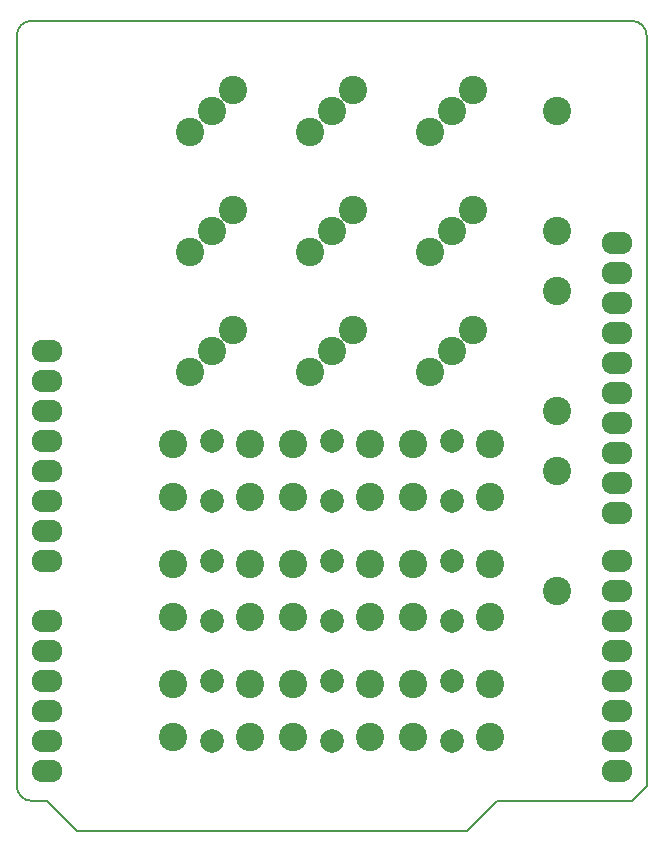
<source format=gbr>
G04 #@! TF.FileFunction,Soldermask,Bot*
%FSLAX46Y46*%
G04 Gerber Fmt 4.6, Leading zero omitted, Abs format (unit mm)*
G04 Created by KiCad (PCBNEW 4.0.5) date 02/22/17 23:16:55*
%MOMM*%
%LPD*%
G01*
G04 APERTURE LIST*
%ADD10C,0.100000*%
%ADD11C,0.150000*%
%ADD12C,2.400000*%
%ADD13C,2.000000*%
%ADD14O,2.599640X1.924000*%
%ADD15O,2.597100X1.924000*%
G04 APERTURE END LIST*
D10*
D11*
X102870000Y-128270000D02*
X102870000Y-64770000D01*
X49530000Y-64770000D02*
X49530000Y-128270000D01*
X54610000Y-132080000D02*
X87630000Y-132080000D01*
X54610000Y-132080000D02*
X52070000Y-129540000D01*
X52070000Y-129540000D02*
X50800000Y-129540000D01*
X101600000Y-129540000D02*
X90170000Y-129540000D01*
X90170000Y-129540000D02*
X87630000Y-132080000D01*
X102870000Y-128270000D02*
X101600000Y-129540000D01*
X102870000Y-64770000D02*
G75*
G03X101600000Y-63500000I-1270000J0D01*
G01*
X50800000Y-63500000D02*
X101600000Y-63500000D01*
X50800000Y-63500000D02*
G75*
G03X49530000Y-64770000I0J-1270000D01*
G01*
X49530000Y-128270000D02*
G75*
G03X50800000Y-129540000I1270000J0D01*
G01*
D12*
X66040000Y-71120000D03*
X64243949Y-72916051D03*
X67836051Y-69323949D03*
X76200000Y-71120000D03*
X74403949Y-72916051D03*
X77996051Y-69323949D03*
X86360000Y-71120000D03*
X84563949Y-72916051D03*
X88156051Y-69323949D03*
X66040000Y-81280000D03*
X64243949Y-83076051D03*
X67836051Y-79483949D03*
X76200000Y-81280000D03*
X74403949Y-83076051D03*
X77996051Y-79483949D03*
X86360000Y-81280000D03*
X84563949Y-83076051D03*
X88156051Y-79483949D03*
X66040000Y-91440000D03*
X64243949Y-93236051D03*
X67836051Y-89643949D03*
X76200000Y-91440000D03*
X74403949Y-93236051D03*
X77996051Y-89643949D03*
X86360000Y-91440000D03*
X84563949Y-93236051D03*
X88156051Y-89643949D03*
X95250000Y-81280000D03*
X95250000Y-71120000D03*
X95250000Y-96520000D03*
X95250000Y-86360000D03*
X95250000Y-111760000D03*
X95250000Y-101600000D03*
X79450000Y-99350000D03*
X72950000Y-103850000D03*
X79450000Y-103850000D03*
X72950000Y-99350000D03*
D13*
X76200000Y-104140000D03*
X76200000Y-99060000D03*
D12*
X69290000Y-99350000D03*
X62790000Y-103850000D03*
X69290000Y-103850000D03*
X62790000Y-99350000D03*
D13*
X66040000Y-104140000D03*
X66040000Y-99060000D03*
D12*
X89610000Y-99350000D03*
X83110000Y-103850000D03*
X89610000Y-103850000D03*
X83110000Y-99350000D03*
D13*
X86360000Y-104140000D03*
X86360000Y-99060000D03*
D12*
X69290000Y-109510000D03*
X62790000Y-114010000D03*
X69290000Y-114010000D03*
X62790000Y-109510000D03*
D13*
X66040000Y-114300000D03*
X66040000Y-109220000D03*
D12*
X79450000Y-109510000D03*
X72950000Y-114010000D03*
X79450000Y-114010000D03*
X72950000Y-109510000D03*
D13*
X76200000Y-114300000D03*
X76200000Y-109220000D03*
D12*
X89610000Y-109510000D03*
X83110000Y-114010000D03*
X89610000Y-114010000D03*
X83110000Y-109510000D03*
D13*
X86360000Y-114300000D03*
X86360000Y-109220000D03*
D12*
X69290000Y-119670000D03*
X62790000Y-124170000D03*
X69290000Y-124170000D03*
X62790000Y-119670000D03*
D13*
X66040000Y-124460000D03*
X66040000Y-119380000D03*
D12*
X79450000Y-119670000D03*
X72950000Y-124170000D03*
X79450000Y-124170000D03*
X72950000Y-119670000D03*
D13*
X76200000Y-124460000D03*
X76200000Y-119380000D03*
D12*
X89610000Y-119670000D03*
X83110000Y-124170000D03*
X89610000Y-124170000D03*
X83110000Y-119670000D03*
D13*
X86360000Y-124460000D03*
X86360000Y-119380000D03*
D14*
X52070000Y-91440000D03*
X52070000Y-93980000D03*
X52070000Y-96520000D03*
X52070000Y-99060000D03*
X52070000Y-101600000D03*
X52070000Y-104140000D03*
X52070000Y-106680000D03*
X52070000Y-109220000D03*
X52070000Y-114300000D03*
X52070000Y-116840000D03*
X52070000Y-119380000D03*
X52070000Y-121920000D03*
X52070000Y-124460000D03*
X52070000Y-127000000D03*
D15*
X100330000Y-127000000D03*
X100330000Y-124460000D03*
X100330000Y-121920000D03*
X100330000Y-119380000D03*
X100330000Y-116840000D03*
X100330000Y-114300000D03*
X100330000Y-111760000D03*
X100330000Y-109220000D03*
X100330000Y-105156000D03*
X100330000Y-102616000D03*
X100330000Y-100076000D03*
X100330000Y-97536000D03*
X100330000Y-94996000D03*
X100330000Y-92456000D03*
X100330000Y-89916000D03*
X100330000Y-87378540D03*
X100330000Y-84836000D03*
X100330000Y-82296000D03*
M02*

</source>
